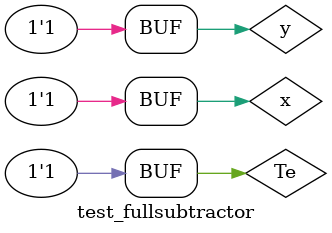
<source format=v>
module fullSubtractor (output S,output Ts,
input a,
input b,
input Te);

wire temp1,temp2,temp3,temp4,temp5,temp6;

xor xor1 ( temp1,a,b );
xor xor2 ( S,temp1,Te );
not not1 ( temp2 , a);
and and1 ( temp3,temp2, b );
and and2 ( temp4,temp2, Te );
and and3 ( temp5,Te, b );
or or1   ( temp6, temp3, temp4 );
or or2   ( Ts, temp6, temp5 );

endmodule // fullSubtractor
module test_fullsubtractor;
// ------------------------- definir dados
reg  x;
reg  y;
reg  Te;
wire [2:0] sub;

fullSubtractor fa1 (sub[0],sub[1],x,y,Te);

// ------------------------- parte principal
initial begin
$display("Exemplo0022 - TIAGO MATTA MACHADO ZAIDAN - 451620");
$display("Test ALUs full subtractor");

x = 0; y = 0; Te = 0;
// projetar testes do modulo
$display("a  b  Te  S  Ts");
#1 $monitor("%b  %b  %b   %b    %b",x,y,Te, sub[0],sub[1]);

#1 x = 0; y = 0; Te = 1;
#1 x = 0; y = 1; Te = 0;
#1 x = 0; y = 1; Te = 1;
#1 x = 1; y = 0; Te = 0;
#1 x = 1; y = 0; Te = 1;
#1 x = 1; y = 1; Te = 0;
#1 x = 1; y = 1; Te = 1;
end
endmodule // test_fullsubtractor
</source>
